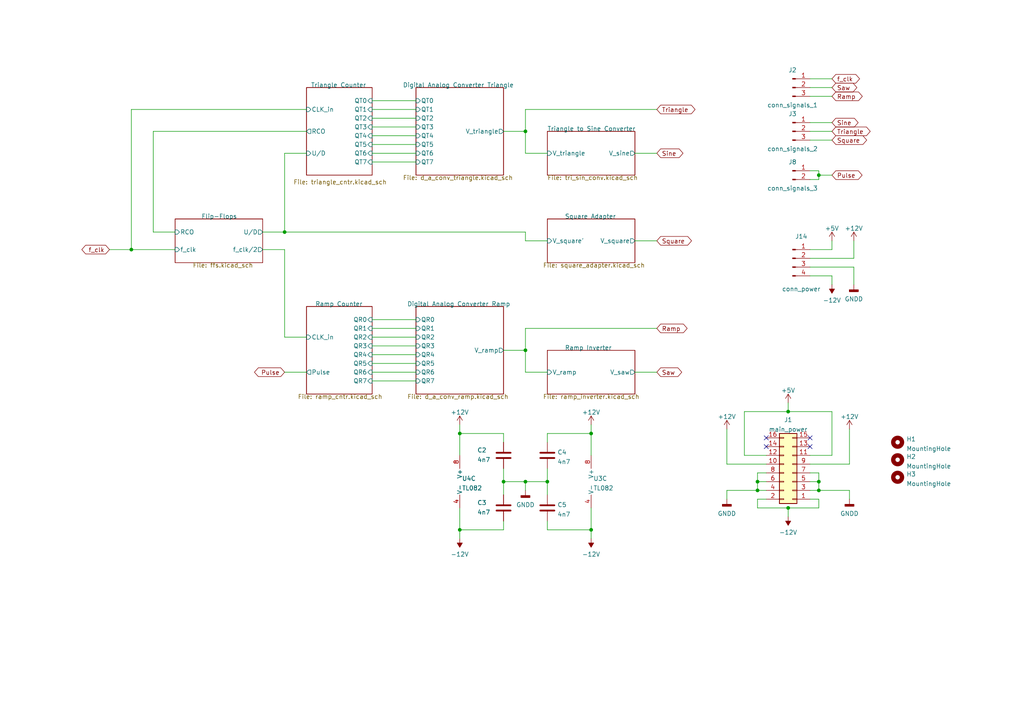
<source format=kicad_sch>
(kicad_sch (version 20211123) (generator eeschema)
  (paper "A4")
  (title_block (title "FGVCO - Core 2") (date "2022-05-31") (rev "0") (company "Gottardo Filippo"))
  (lib_symbols
    (symbol "Amplifier_Operational:TL082" (pin_names (offset 0.127))
      (property "Reference" "U" (at 0 5.08 0))
      (property "Value" "TL082" (at 0 -5.08 0))
      (symbol "TL082_1_1"
        (polyline (pts (xy -5.08 5.08) (xy 5.08 0) (xy -5.08 -5.08) (xy -5.08 5.08)) (stroke (width 0.254)) (fill (type background)))
        (pin output line (at 7.62 0 180) (length 2.54) (name "~") (number "1"))
        (pin input line (at -7.62 -2.54 0) (length 2.54) (name "-") (number "2"))
        (pin input line (at -7.62 2.54 0) (length 2.54) (name "+") (number "3"))
      )
      (symbol "TL082_2_1"
        (polyline (pts (xy -5.08 5.08) (xy 5.08 0) (xy -5.08 -5.08) (xy -5.08 5.08)) (stroke (width 0.254)) (fill (type background)))
        (pin input line (at -7.62 2.54 0) (length 2.54) (name "+") (number "5"))
        (pin input line (at -7.62 -2.54 0) (length 2.54) (name "-") (number "6"))
        (pin output line (at 7.62 0 180) (length 2.54) (name "~") (number "7"))
      )
      (symbol "TL082_3_1"
        (pin power_in line (at -2.54 -7.62 90) (length 3.81) (name "V-") (number "4"))
        (pin power_in line (at -2.54 7.62 270) (length 3.81) (name "V+") (number "8"))
      )
    )
    (symbol "Connector:Conn_01x02_Male" (pin_names (offset 1.016) hide)
      (property "Reference" "J" (at 0 2.54 0))
      (property "Value" "Conn_01x02_Male" (at 0 -5.08 0))
      (symbol "Conn_01x02_Male_1_1"
        (polyline (pts (xy 1.27 -2.54) (xy 0.8636 -2.54)) (stroke (width 0.1524)))
        (polyline (pts (xy 1.27 0) (xy 0.8636 0)) (stroke (width 0.1524)))
        (rectangle (start 0.8636 -2.413) (end 0 -2.667) (stroke (width 0.1524)) (fill (type outline)))
        (rectangle (start 0.8636 0.127) (end 0 -0.127) (stroke (width 0.1524)) (fill (type outline)))
        (pin passive line (at 5.08 0 180) (length 3.81) (name "Pin_1") (number "1"))
        (pin passive line (at 5.08 -2.54 180) (length 3.81) (name "Pin_2") (number "2"))
      )
    )
    (symbol "Connector:Conn_01x03_Male" (pin_names (offset 1.016) hide)
      (property "Reference" "J" (at 0 5.08 0))
      (property "Value" "Conn_01x03_Male" (at 0 -5.08 0))
      (symbol "Conn_01x03_Male_1_1"
        (polyline (pts (xy 1.27 -2.54) (xy 0.8636 -2.54)) (stroke (width 0.1524)))
        (polyline (pts (xy 1.27 0) (xy 0.8636 0)) (stroke (width 0.1524)))
        (polyline (pts (xy 1.27 2.54) (xy 0.8636 2.54)) (stroke (width 0.1524)))
        (rectangle (start 0.8636 -2.413) (end 0 -2.667) (stroke (width 0.1524)) (fill (type outline)))
        (rectangle (start 0.8636 0.127) (end 0 -0.127) (stroke (width 0.1524)) (fill (type outline)))
        (rectangle (start 0.8636 2.667) (end 0 2.413) (stroke (width 0.1524)) (fill (type outline)))
        (pin passive line (at 5.08 2.54 180) (length 3.81) (name "Pin_1") (number "1"))
        (pin passive line (at 5.08 0 180) (length 3.81) (name "Pin_2") (number "2"))
        (pin passive line (at 5.08 -2.54 180) (length 3.81) (name "Pin_3") (number "3"))
      )
    )
    (symbol "Connector:Conn_01x04_Male" (pin_names (offset 1.016) hide)
      (property "Reference" "J" (at 0 5.08 0))
      (property "Value" "Conn_01x04_Male" (at 0 -7.62 0))
      (symbol "Conn_01x04_Male_1_1"
        (polyline (pts (xy 1.27 -5.08) (xy 0.8636 -5.08)) (stroke (width 0.1524)))
        (polyline (pts (xy 1.27 -2.54) (xy 0.8636 -2.54)) (stroke (width 0.1524)))
        (polyline (pts (xy 1.27 0) (xy 0.8636 0)) (stroke (width 0.1524)))
        (polyline (pts (xy 1.27 2.54) (xy 0.8636 2.54)) (stroke (width 0.1524)))
        (rectangle (start 0.8636 -4.953) (end 0 -5.207) (stroke (width 0.1524)) (fill (type outline)))
        (rectangle (start 0.8636 -2.413) (end 0 -2.667) (stroke (width 0.1524)) (fill (type outline)))
        (rectangle (start 0.8636 0.127) (end 0 -0.127) (stroke (width 0.1524)) (fill (type outline)))
        (rectangle (start 0.8636 2.667) (end 0 2.413) (stroke (width 0.1524)) (fill (type outline)))
        (pin passive line (at 5.08 2.54 180) (length 3.81) (name "Pin_1") (number "1"))
        (pin passive line (at 5.08 0 180) (length 3.81) (name "Pin_2") (number "2"))
        (pin passive line (at 5.08 -2.54 180) (length 3.81) (name "Pin_3") (number "3"))
        (pin passive line (at 5.08 -5.08 180) (length 3.81) (name "Pin_4") (number "4"))
      )
    )
    (symbol "Connector_Generic:Conn_02x08_Odd_Even" (pin_names (offset 1.016) hide)
      (property "Reference" "J" (at 1.27 10.16 0))
      (property "Value" "Conn_02x08_Odd_Even" (at 1.27 -12.7 0))
      (symbol "Conn_02x08_Odd_Even_1_1"
        (rectangle (start -1.27 -10.033) (end 0 -10.287) (stroke (width 0.1524)))
        (rectangle (start -1.27 -7.493) (end 0 -7.747) (stroke (width 0.1524)))
        (rectangle (start -1.27 -4.953) (end 0 -5.207) (stroke (width 0.1524)))
        (rectangle (start -1.27 -2.413) (end 0 -2.667) (stroke (width 0.1524)))
        (rectangle (start -1.27 0.127) (end 0 -0.127) (stroke (width 0.1524)))
        (rectangle (start -1.27 2.667) (end 0 2.413) (stroke (width 0.1524)))
        (rectangle (start -1.27 5.207) (end 0 4.953) (stroke (width 0.1524)))
        (rectangle (start -1.27 7.747) (end 0 7.493) (stroke (width 0.1524)))
        (rectangle (start -1.27 8.89) (end 3.81 -11.43) (stroke (width 0.254)) (fill (type background)))
        (rectangle (start 3.81 -10.033) (end 2.54 -10.287) (stroke (width 0.1524)))
        (rectangle (start 3.81 -7.493) (end 2.54 -7.747) (stroke (width 0.1524)))
        (rectangle (start 3.81 -4.953) (end 2.54 -5.207) (stroke (width 0.1524)))
        (rectangle (start 3.81 -2.413) (end 2.54 -2.667) (stroke (width 0.1524)))
        (rectangle (start 3.81 0.127) (end 2.54 -0.127) (stroke (width 0.1524)))
        (rectangle (start 3.81 2.667) (end 2.54 2.413) (stroke (width 0.1524)))
        (rectangle (start 3.81 5.207) (end 2.54 4.953) (stroke (width 0.1524)))
        (rectangle (start 3.81 7.747) (end 2.54 7.493) (stroke (width 0.1524)))
        (pin passive line (at -5.08 7.62 0) (length 3.81) (name "Pin_1") (number "1"))
        (pin passive line (at 7.62 -2.54 180) (length 3.81) (name "Pin_10") (number "10"))
        (pin passive line (at -5.08 -5.08 0) (length 3.81) (name "Pin_11") (number "11"))
        (pin passive line (at 7.62 -5.08 180) (length 3.81) (name "Pin_12") (number "12"))
        (pin passive line (at -5.08 -7.62 0) (length 3.81) (name "Pin_13") (number "13"))
        (pin passive line (at 7.62 -7.62 180) (length 3.81) (name "Pin_14") (number "14"))
        (pin passive line (at -5.08 -10.16 0) (length 3.81) (name "Pin_15") (number "15"))
        (pin passive line (at 7.62 -10.16 180) (length 3.81) (name "Pin_16") (number "16"))
        (pin passive line (at 7.62 7.62 180) (length 3.81) (name "Pin_2") (number "2"))
        (pin passive line (at -5.08 5.08 0) (length 3.81) (name "Pin_3") (number "3"))
        (pin passive line (at 7.62 5.08 180) (length 3.81) (name "Pin_4") (number "4"))
        (pin passive line (at -5.08 2.54 0) (length 3.81) (name "Pin_5") (number "5"))
        (pin passive line (at 7.62 2.54 180) (length 3.81) (name "Pin_6") (number "6"))
        (pin passive line (at -5.08 0 0) (length 3.81) (name "Pin_7") (number "7"))
        (pin passive line (at 7.62 0 180) (length 3.81) (name "Pin_8") (number "8"))
        (pin passive line (at -5.08 -2.54 0) (length 3.81) (name "Pin_9") (number "9"))
      )
    )
    (symbol "Device:C" (pin_numbers hide) (pin_names (offset 0.254))
      (property "Reference" "C" (at 0.635 2.54 0))
      (property "Value" "C" (at 0.635 -2.54 0))
      (symbol "C_0_1"
        (polyline (pts (xy -2.032 -0.762) (xy 2.032 -0.762)) (stroke (width 0.508)))
        (polyline (pts (xy -2.032 0.762) (xy 2.032 0.762)) (stroke (width 0.508)))
      )
      (symbol "C_1_1"
        (pin passive line (at 0 3.81 270) (length 2.794) (name "~") (number "1"))
        (pin passive line (at 0 -3.81 90) (length 2.794) (name "~") (number "2"))
      )
    )
    (symbol "Mechanical:MountingHole" (pin_names (offset 1.016))
      (property "Reference" "H" (at 0 5.08 0))
      (property "Value" "MountingHole" (at 0 3.175 0))
      (symbol "MountingHole_0_1"
        (circle (center 0 0) (radius 1.27) (stroke (width 1.27)))
      )
    )
    (symbol "power:+12V" (power) (pin_names (offset 0))
      (property "Value" "+12V" (at 0 3.556 0))
      (symbol "+12V_0_1"
        (polyline (pts (xy -0.762 1.27) (xy 0 2.54)))
        (polyline (pts (xy 0 0) (xy 0 2.54)))
        (polyline (pts (xy 0 2.54) (xy 0.762 1.27)))
      )
      (symbol "+12V_1_1"
        (pin power_in line (at 0 0 90) (length 0) hide (name "+12V") (number "1"))
      )
    )
    (symbol "power:+5V" (power) (pin_names (offset 0))
      (property "Value" "+5V" (at 0 3.556 0))
      (symbol "+5V_0_1"
        (polyline (pts (xy -0.762 1.27) (xy 0 2.54)))
        (polyline (pts (xy 0 0) (xy 0 2.54)))
        (polyline (pts (xy 0 2.54) (xy 0.762 1.27)))
      )
      (symbol "+5V_1_1"
        (pin power_in line (at 0 0 90) (length 0) hide (name "+5V") (number "1"))
      )
    )
    (symbol "power:-12V" (power) (pin_names (offset 0))
      (property "Value" "-12V" (at 0 3.81 0))
      (symbol "-12V_0_0"
        (pin power_in line (at 0 0 90) (length 0) hide (name "-12V") (number "1"))
      )
      (symbol "-12V_0_1"
        (polyline (pts (xy 0 0) (xy 0 1.27) (xy 0.762 1.27) (xy 0 2.54) (xy -0.762 1.27) (xy 0 1.27)) (fill (type outline)))
      )
    )
    (symbol "power:GNDD" (power) (pin_names (offset 0))
      (property "Value" "GNDD" (at 0 -3.175 0))
      (symbol "GNDD_0_1"
        (rectangle (start -1.27 -1.524) (end 1.27 -2.032) (stroke (width 0.254)) (fill (type outline)))
        (polyline (pts (xy 0 0) (xy 0 -1.524)))
      )
      (symbol "GNDD_1_1"
        (pin power_in line (at 0 0 270) (length 0) hide (name "GNDD") (number "1"))
      )
    )
  )
  (junction (at 82.55 67.31))
  (junction (at 228.6 147.32))
  (junction (at 219.71 139.7))
  (junction (at 146.05 139.7))
  (junction (at 171.45 153.67))
  (junction (at 171.45 125.73))
  (junction (at 38.1 72.39))
  (junction (at 152.4 139.7))
  (junction (at 228.6 119.38))
  (junction (at 133.35 125.73))
  (junction (at 152.4 101.6))
  (junction (at 219.71 142.24))
  (junction (at 237.49 139.7))
  (junction (at 133.35 153.67))
  (junction (at 237.49 142.24))
  (junction (at 152.4 38.1))
  (junction (at 158.75 139.7))
  (junction (at 237.49 50.8))
  (no_connect (at 222.25 127))
  (no_connect (at 222.25 129.54))
  (no_connect (at 234.95 127))
  (no_connect (at 234.95 129.54))
  (wire (pts (xy 237.49 142.24) (xy 234.95 142.24)))
  (wire (pts (xy 133.35 153.67) (xy 133.35 156.21)))
  (wire (pts (xy 228.6 119.38) (xy 215.9 119.38)))
  (wire (pts (xy 234.95 72.39) (xy 241.3 72.39)))
  (wire (pts (xy 146.05 101.6) (xy 152.4 101.6)))
  (wire (pts (xy 171.45 123.19) (xy 171.45 125.73)))
  (wire (pts (xy 107.95 97.79) (xy 120.65 97.79)))
  (wire (pts (xy 152.4 139.7) (xy 158.75 139.7)))
  (wire (pts (xy 219.71 139.7) (xy 222.25 139.7)))
  (wire (pts (xy 215.9 132.08) (xy 222.25 132.08)))
  (wire (pts (xy 158.75 135.89) (xy 158.75 139.7)))
  (wire (pts (xy 237.49 137.16) (xy 237.49 139.7)))
  (wire (pts (xy 107.95 100.33) (xy 120.65 100.33)))
  (wire (pts (xy 171.45 153.67) (xy 158.75 153.67)))
  (wire (pts (xy 234.95 35.56) (xy 241.3 35.56)))
  (wire (pts (xy 234.95 52.07) (xy 237.49 52.07)))
  (wire (pts (xy 219.71 142.24) (xy 222.25 142.24)))
  (wire (pts (xy 246.38 142.24) (xy 246.38 144.78)))
  (wire (pts (xy 152.4 95.25) (xy 190.5 95.25)))
  (wire (pts (xy 152.4 101.6) (xy 152.4 95.25)))
  (wire (pts (xy 31.75 72.39) (xy 38.1 72.39)))
  (wire (pts (xy 76.2 72.39) (xy 82.55 72.39)))
  (wire (pts (xy 152.4 44.45) (xy 158.75 44.45)))
  (wire (pts (xy 222.25 134.62) (xy 210.82 134.62)))
  (wire (pts (xy 152.4 139.7) (xy 146.05 139.7)))
  (wire (pts (xy 133.35 153.67) (xy 146.05 153.67)))
  (wire (pts (xy 146.05 38.1) (xy 152.4 38.1)))
  (wire (pts (xy 152.4 67.31) (xy 152.4 69.85)))
  (wire (pts (xy 219.71 142.24) (xy 210.82 142.24)))
  (wire (pts (xy 146.05 153.67) (xy 146.05 151.13)))
  (wire (pts (xy 107.95 92.71) (xy 120.65 92.71)))
  (wire (pts (xy 107.95 29.21) (xy 120.65 29.21)))
  (wire (pts (xy 219.71 147.32) (xy 228.6 147.32)))
  (wire (pts (xy 184.15 107.95) (xy 190.5 107.95)))
  (wire (pts (xy 133.35 147.32) (xy 133.35 153.67)))
  (wire (pts (xy 234.95 27.94) (xy 241.3 27.94)))
  (wire (pts (xy 210.82 124.46) (xy 210.82 134.62)))
  (wire (pts (xy 234.95 137.16) (xy 237.49 137.16)))
  (wire (pts (xy 234.95 80.01) (xy 241.3 80.01)))
  (wire (pts (xy 152.4 142.24) (xy 152.4 139.7)))
  (wire (pts (xy 246.38 124.46) (xy 246.38 134.62)))
  (wire (pts (xy 241.3 80.01) (xy 241.3 82.55)))
  (wire (pts (xy 107.95 46.99) (xy 120.65 46.99)))
  (wire (pts (xy 237.49 144.78) (xy 234.95 144.78)))
  (wire (pts (xy 50.8 67.31) (xy 44.45 67.31)))
  (wire (pts (xy 234.95 25.4) (xy 241.3 25.4)))
  (wire (pts (xy 237.49 142.24) (xy 246.38 142.24)))
  (wire (pts (xy 234.95 134.62) (xy 246.38 134.62)))
  (wire (pts (xy 152.4 31.75) (xy 152.4 38.1)))
  (wire (pts (xy 237.49 147.32) (xy 237.49 144.78)))
  (wire (pts (xy 107.95 31.75) (xy 120.65 31.75)))
  (wire (pts (xy 215.9 119.38) (xy 215.9 132.08)))
  (wire (pts (xy 146.05 135.89) (xy 146.05 139.7)))
  (wire (pts (xy 82.55 44.45) (xy 88.9 44.45)))
  (wire (pts (xy 237.49 52.07) (xy 237.49 50.8)))
  (wire (pts (xy 219.71 144.78) (xy 219.71 147.32)))
  (wire (pts (xy 82.55 97.79) (xy 88.9 97.79)))
  (wire (pts (xy 241.3 119.38) (xy 228.6 119.38)))
  (wire (pts (xy 107.95 39.37) (xy 120.65 39.37)))
  (wire (pts (xy 171.45 125.73) (xy 158.75 125.73)))
  (wire (pts (xy 184.15 69.85) (xy 190.5 69.85)))
  (wire (pts (xy 152.4 38.1) (xy 152.4 44.45)))
  (wire (pts (xy 38.1 31.75) (xy 38.1 72.39)))
  (wire (pts (xy 152.4 101.6) (xy 152.4 107.95)))
  (wire (pts (xy 241.3 72.39) (xy 241.3 69.85)))
  (wire (pts (xy 133.35 125.73) (xy 146.05 125.73)))
  (wire (pts (xy 228.6 147.32) (xy 228.6 149.86)))
  (wire (pts (xy 107.95 44.45) (xy 120.65 44.45)))
  (wire (pts (xy 107.95 102.87) (xy 120.65 102.87)))
  (wire (pts (xy 184.15 44.45) (xy 190.5 44.45)))
  (wire (pts (xy 241.3 132.08) (xy 241.3 119.38)))
  (wire (pts (xy 107.95 34.29) (xy 120.65 34.29)))
  (wire (pts (xy 234.95 22.86) (xy 241.3 22.86)))
  (wire (pts (xy 107.95 95.25) (xy 120.65 95.25)))
  (wire (pts (xy 82.55 107.95) (xy 88.9 107.95)))
  (wire (pts (xy 219.71 139.7) (xy 219.71 142.24)))
  (wire (pts (xy 152.4 31.75) (xy 190.5 31.75)))
  (wire (pts (xy 171.45 153.67) (xy 171.45 156.21)))
  (wire (pts (xy 44.45 67.31) (xy 44.45 38.1)))
  (wire (pts (xy 82.55 67.31) (xy 152.4 67.31)))
  (wire (pts (xy 146.05 139.7) (xy 146.05 143.51)))
  (wire (pts (xy 82.55 67.31) (xy 82.55 44.45)))
  (wire (pts (xy 228.6 116.84) (xy 228.6 119.38)))
  (wire (pts (xy 158.75 125.73) (xy 158.75 128.27)))
  (wire (pts (xy 247.65 74.93) (xy 247.65 69.85)))
  (wire (pts (xy 152.4 69.85) (xy 158.75 69.85)))
  (wire (pts (xy 158.75 139.7) (xy 158.75 143.51)))
  (wire (pts (xy 133.35 123.19) (xy 133.35 125.73)))
  (wire (pts (xy 146.05 125.73) (xy 146.05 128.27)))
  (wire (pts (xy 210.82 142.24) (xy 210.82 144.78)))
  (wire (pts (xy 234.95 40.64) (xy 241.3 40.64)))
  (wire (pts (xy 133.35 125.73) (xy 133.35 132.08)))
  (wire (pts (xy 237.49 50.8) (xy 241.3 50.8)))
  (wire (pts (xy 234.95 132.08) (xy 241.3 132.08)))
  (wire (pts (xy 171.45 125.73) (xy 171.45 132.08)))
  (wire (pts (xy 82.55 72.39) (xy 82.55 97.79)))
  (wire (pts (xy 44.45 38.1) (xy 88.9 38.1)))
  (wire (pts (xy 38.1 72.39) (xy 50.8 72.39)))
  (wire (pts (xy 234.95 49.53) (xy 237.49 49.53)))
  (wire (pts (xy 247.65 77.47) (xy 247.65 82.55)))
  (wire (pts (xy 219.71 144.78) (xy 222.25 144.78)))
  (wire (pts (xy 234.95 38.1) (xy 241.3 38.1)))
  (wire (pts (xy 107.95 107.95) (xy 120.65 107.95)))
  (wire (pts (xy 234.95 74.93) (xy 247.65 74.93)))
  (wire (pts (xy 234.95 139.7) (xy 237.49 139.7)))
  (wire (pts (xy 237.49 49.53) (xy 237.49 50.8)))
  (wire (pts (xy 107.95 36.83) (xy 120.65 36.83)))
  (wire (pts (xy 219.71 137.16) (xy 219.71 139.7)))
  (wire (pts (xy 237.49 139.7) (xy 237.49 142.24)))
  (wire (pts (xy 228.6 147.32) (xy 237.49 147.32)))
  (wire (pts (xy 88.9 31.75) (xy 38.1 31.75)))
  (wire (pts (xy 171.45 147.32) (xy 171.45 153.67)))
  (wire (pts (xy 107.95 105.41) (xy 120.65 105.41)))
  (wire (pts (xy 107.95 110.49) (xy 120.65 110.49)))
  (wire (pts (xy 222.25 137.16) (xy 219.71 137.16)))
  (wire (pts (xy 234.95 77.47) (xy 247.65 77.47)))
  (wire (pts (xy 76.2 67.31) (xy 82.55 67.31)))
  (wire (pts (xy 107.95 41.91) (xy 120.65 41.91)))
  (wire (pts (xy 152.4 107.95) (xy 158.75 107.95)))
  (wire (pts (xy 158.75 153.67) (xy 158.75 151.13)))
  (global_label "Ramp" (shape bidirectional) (at 190.5 95.25 0) (property "Intersheet References" "${INTERSHEET_REFS}" (effects hide)))
  (global_label "Square" (shape bidirectional) (at 241.3 40.64 0) (property "Intersheet References" "${INTERSHEET_REFS}" (effects hide)))
  (global_label "Saw" (shape bidirectional) (at 190.5 107.95 0) (property "Intersheet References" "${INTERSHEET_REFS}" (effects hide)))
  (global_label "Saw" (shape bidirectional) (at 241.3 25.4 0) (property "Intersheet References" "${INTERSHEET_REFS}" (effects hide)))
  (global_label "f_clk" (shape bidirectional) (at 31.75 72.39 180) (property "Intersheet References" "${INTERSHEET_REFS}" (effects hide)))
  (global_label "Square" (shape bidirectional) (at 190.5 69.85 0) (property "Intersheet References" "${INTERSHEET_REFS}" (effects hide)))
  (global_label "Pulse" (shape bidirectional) (at 241.3 50.8 0) (property "Intersheet References" "${INTERSHEET_REFS}" (effects hide)))
  (global_label "f_clk" (shape bidirectional) (at 241.3 22.86 0) (property "Intersheet References" "${INTERSHEET_REFS}" (effects hide)))
  (global_label "Ramp" (shape bidirectional) (at 241.3 27.94 0) (property "Intersheet References" "${INTERSHEET_REFS}" (effects hide)))
  (global_label "Triangle" (shape bidirectional) (at 241.3 38.1 0) (property "Intersheet References" "${INTERSHEET_REFS}" (effects hide)))
  (global_label "Triangle" (shape bidirectional) (at 190.5 31.75 0) (property "Intersheet References" "${INTERSHEET_REFS}" (effects hide)))
  (global_label "Sine" (shape bidirectional) (at 241.3 35.56 0) (property "Intersheet References" "${INTERSHEET_REFS}" (effects hide)))
  (global_label "Pulse" (shape bidirectional) (at 82.55 107.95 180) (property "Intersheet References" "${INTERSHEET_REFS}" (effects hide)))
  (global_label "Sine" (shape bidirectional) (at 190.5 44.45 0) (property "Intersheet References" "${INTERSHEET_REFS}" (effects hide)))
  (symbol (lib_id "Device:C") (at 146.05 147.32 0) (unit 1)
    (property "Reference" "C3" (at 138.43 145.8149 0) (effects (justify left)))
    (property "Value" "4n7" (at 138.43 148.59 0) (effects (justify left)))
    (property "Footprint" "Custom Footprints:C_Disc_P2.54mm" (effects hide))
  )
  (symbol (lib_id "power:+12V") (at 247.65 69.85 0) (unit 1)
    (property "Reference" "#PWR08" (effects hide))
    (property "Value" "+12V" (at 247.65 66.2455 0))
  )
  (symbol (lib_id "power:-12V") (at 228.6 149.86 180) (unit 1)
    (property "Reference" "#PWR015" (effects hide))
    (property "Value" "-12V" (at 228.6 154.4225 0))
  )
  (symbol (lib_id "Mechanical:MountingHole") (at 260.35 138.43 0) (unit 1)
    (property "Reference" "H3" (at 262.89 137.5215 0) (effects (justify left)))
    (property "Value" "MountingHole" (at 262.89 140.2966 0) (effects (justify left)))
    (property "Footprint" "MountingHole:MountingHole_3.2mm_M3" (effects hide))
  )
  (symbol (lib_id "power:GNDD") (at 246.38 144.78 0) (unit 1)
    (property "Reference" "#PWR017" (effects hide))
    (property "Value" "GNDD" (at 246.38 148.9615 0))
  )
  (symbol (lib_id "Connector:Conn_01x03_Male") (at 229.87 38.1 0) (unit 1)
    (property "Reference" "J3" (at 229.87 33.02 0))
    (property "Value" "conn_signals_2" (at 229.87 43.18 0))
    (property "Footprint" "Connector_PinHeader_2.54mm:PinHeader_1x03_P2.54mm_Vertical" (effects hide))
  )
  (symbol (lib_id "Connector:Conn_01x02_Male") (at 229.87 49.53 0) (unit 1)
    (property "Reference" "J8" (at 229.87 46.99 0))
    (property "Value" "conn_signals_3" (at 229.87 54.61 0))
    (property "Footprint" "Connector_PinHeader_2.54mm:PinHeader_1x02_P2.54mm_Vertical" (effects hide))
  )
  (symbol (lib_id "power:-12V") (at 241.3 82.55 180) (unit 1)
    (property "Reference" "#PWR099" (effects hide))
    (property "Value" "-12V" (at 241.3 87.1125 0))
  )
  (symbol (lib_id "power:GNDD") (at 210.82 144.78 0) (unit 1)
    (property "Reference" "#PWR010" (effects hide))
    (property "Value" "GNDD" (at 210.82 148.9615 0))
  )
  (symbol (lib_id "Connector_Generic:Conn_02x08_Odd_Even") (at 229.87 137.16 180) (unit 1)
    (property "Reference" "J1" (at 228.6 121.7635 0))
    (property "Value" "main_power" (at 228.6 124.5386 0))
    (property "Footprint" "Custom Footprints:Eurorack custom eFuse board 2x08_P2.54mm" (effects hide))
  )
  (symbol (lib_id "power:+12V") (at 133.35 123.19 0) (unit 1)
    (property "Reference" "#PWR03" (effects hide))
    (property "Value" "+12V" (at 133.35 119.5855 0))
  )
  (symbol (lib_id "power:+12V") (at 210.82 124.46 0) (unit 1)
    (property "Reference" "#PWR09" (effects hide))
    (property "Value" "+12V" (at 210.82 120.8555 0))
  )
  (symbol (lib_id "Amplifier_Operational:TL082") (at 135.89 139.7 0) (unit 3)
    (property "Reference" "U4" (at 133.985 138.7915 0) (effects (justify left)))
    (property "Value" "TL082" (at 133.985 141.5666 0) (effects (justify left)))
    (property "Footprint" "Custom Footprints:DIP-8_central_caps" (effects hide))
    (property "Datasheet" "http://www.ti.com/lit/ds/symlink/tl081.pdf" (effects hide))
  )
  (symbol (lib_id "power:+12V") (at 171.45 123.19 0) (unit 1)
    (property "Reference" "#PWR06" (effects hide))
    (property "Value" "+12V" (at 171.45 119.5855 0))
  )
  (symbol (lib_id "power:-12V") (at 133.35 156.21 180) (unit 1)
    (property "Reference" "#PWR04" (effects hide))
    (property "Value" "-12V" (at 133.35 160.7725 0))
  )
  (symbol (lib_id "Connector:Conn_01x03_Male") (at 229.87 25.4 0) (unit 1)
    (property "Reference" "J2" (at 229.87 20.32 0))
    (property "Value" "conn_signals_1" (at 229.87 30.48 0))
    (property "Footprint" "Connector_PinHeader_2.54mm:PinHeader_1x03_P2.54mm_Vertical" (effects hide))
  )
  (symbol (lib_id "power:+5V") (at 241.3 69.85 0) (unit 1)
    (property "Reference" "#PWR0100" (effects hide))
    (property "Value" "+5V" (at 241.3 66.2455 0))
  )
  (symbol (lib_id "power:-12V") (at 171.45 156.21 180) (unit 1)
    (property "Reference" "#PWR07" (effects hide))
    (property "Value" "-12V" (at 171.45 160.7725 0))
  )
  (symbol (lib_id "Device:C") (at 146.05 132.08 0) (unit 1)
    (property "Reference" "C2" (at 138.43 130.5749 0) (effects (justify left)))
    (property "Value" "4n7" (at 138.43 133.35 0) (effects (justify left)))
    (property "Footprint" "Custom Footprints:C_Disc_P2.54mm" (effects hide))
  )
  (symbol (lib_id "Device:C") (at 158.75 132.08 0) (unit 1)
    (property "Reference" "C4" (at 161.671 131.1715 0) (effects (justify left)))
    (property "Value" "4n7" (at 161.671 133.9466 0) (effects (justify left)))
    (property "Footprint" "Custom Footprints:C_Disc_P2.54mm" (effects hide))
  )
  (symbol (lib_id "power:GNDD") (at 247.65 82.55 0) (unit 1)
    (property "Reference" "#PWR0101" (effects hide))
    (property "Value" "GNDD" (at 247.65 86.7315 0))
  )
  (symbol (lib_id "Connector:Conn_01x04_Male") (at 229.87 74.93 0) (unit 1)
    (property "Reference" "J14" (at 232.41 68.58 0))
    (property "Value" "conn_power" (at 232.41 83.82 0))
    (property "Footprint" "Connector_PinHeader_2.54mm:PinHeader_1x04_P2.54mm_Vertical" (effects hide))
  )
  (symbol (lib_id "power:+5V") (at 228.6 116.84 0) (unit 1)
    (property "Reference" "#PWR014" (effects hide))
    (property "Value" "+5V" (at 228.6 113.2355 0))
  )
  (symbol (lib_id "Device:C") (at 158.75 147.32 0) (unit 1)
    (property "Reference" "C5" (at 161.671 146.4115 0) (effects (justify left)))
    (property "Value" "4n7" (at 161.671 149.1866 0) (effects (justify left)))
    (property "Footprint" "Custom Footprints:C_Disc_P2.54mm" (effects hide))
  )
  (symbol (lib_id "Mechanical:MountingHole") (at 260.35 133.35 0) (unit 1)
    (property "Reference" "H2" (at 262.89 132.4415 0) (effects (justify left)))
    (property "Value" "MountingHole" (at 262.89 135.2166 0) (effects (justify left)))
    (property "Footprint" "MountingHole:MountingHole_3.2mm_M3" (effects hide))
  )
  (symbol (lib_id "power:+12V") (at 246.38 124.46 0) (unit 1)
    (property "Reference" "#PWR016" (effects hide))
    (property "Value" "+12V" (at 246.38 120.8555 0))
  )
  (symbol (lib_id "Mechanical:MountingHole") (at 260.35 128.27 0) (unit 1)
    (property "Reference" "H1" (at 262.89 127.3615 0) (effects (justify left)))
    (property "Value" "MountingHole" (at 262.89 130.1366 0) (effects (justify left)))
    (property "Footprint" "MountingHole:MountingHole_3.2mm_M3" (effects hide))
  )
  (symbol (lib_id "Amplifier_Operational:TL082") (at 173.99 139.7 0) (unit 3)
    (property "Reference" "U3" (at 172.085 138.7915 0) (effects (justify left)))
    (property "Value" "TL082" (at 172.085 141.5666 0) (effects (justify left)))
    (property "Footprint" "Custom Footprints:DIP-8_central_caps" (effects hide))
    (property "Datasheet" "http://www.ti.com/lit/ds/symlink/tl081.pdf" (effects hide))
  )
  (symbol (lib_id "power:GNDD") (at 152.4 142.24 0) (unit 1)
    (property "Reference" "#PWR05" (effects hide))
    (property "Value" "GNDD" (at 152.4 146.4215 0))
  )
  (sheet (at 158.75 101.6) (size 25.4 12.7) (stroke (width 0.1524))
    (property "Sheet name" "Ramp Inverter" (at 163.83 101.6 0) (effects (justify left bottom)))
    (property "Sheet file" "ramp_inverter.kicad_sch" (at 157.48 114.3 0) (effects (justify left top)))
    (pin "V_ramp" input (at 158.75 107.95 180))
    (pin "V_saw" output (at 184.15 107.95 0))
  )
  (sheet (at 88.9 88.9) (size 19.05 25.4) (stroke (width 0.1524))
    (property "Sheet name" "Ramp Counter" (at 91.44 88.9 0) (effects (justify left bottom)))
    (property "Sheet file" "ramp_cntr.kicad_sch" (at 86.36 114.3 0) (effects (justify left top)))
    (pin "CLK_in" input (at 88.9 97.79 180))
    (pin "QR2" input (at 107.95 97.79 0))
    (pin "QR3" input (at 107.95 100.33 0))
    (pin "QR0" input (at 107.95 92.71 0))
    (pin "QR1" input (at 107.95 95.25 0))
    (pin "QR6" input (at 107.95 107.95 0))
    (pin "QR4" input (at 107.95 102.87 0))
    (pin "QR5" input (at 107.95 105.41 0))
    (pin "QR7" input (at 107.95 110.49 0))
    (pin "Pulse" output (at 88.9 107.95 180))
  )
  (sheet (at 158.75 63.5) (size 25.4 12.7) (stroke (width 0.1524))
    (property "Sheet name" "Square Adapter" (at 163.83 63.5 0) (effects (justify left bottom)))
    (property "Sheet file" "square_adapter.kicad_sch" (at 157.48 76.2 0) (effects (justify left top)))
    (pin "V_square" output (at 184.15 69.85 0))
    (pin "V_square'" input (at 158.75 69.85 180))
  )
  (sheet (at 50.8 63.5) (size 25.4 12.7) (stroke (width 0.1524))
    (property "Sheet name" "Flip-Flops" (at 58.42 63.5 0) (effects (justify left bottom)))
    (property "Sheet file" "ffs.kicad_sch" (at 55.88 76.2 0) (effects (justify left top)))
    (pin "f_clk{slash}2" output (at 76.2 72.39 0))
    (pin "RCO" input (at 50.8 67.31 180))
    (pin "U{slash}D" output (at 76.2 67.31 0))
    (pin "f_clk" input (at 50.8 72.39 180))
  )
  (sheet (at 158.75 38.1) (size 25.4 12.7) (stroke (width 0.1524))
    (property "Sheet name" "Triangle to Sine Converter" (at 158.75 38.0738 0) (effects (justify left bottom)))
    (property "Sheet file" "tri_sin_conv.kicad_sch" (at 158.75 50.8 0) (effects (justify left top)))
    (pin "V_triangle" input (at 158.75 44.45 180))
    (pin "V_sine" output (at 184.15 44.45 0))
  )
  (sheet (at 120.65 88.9) (size 25.4 25.4) (stroke (width 0.1524))
    (property "Sheet name" "Digital Analog Converter Ramp" (at 118.11 88.9 0) (effects (justify left bottom)))
    (property "Sheet file" "d_a_conv_ramp.kicad_sch" (at 118.11 114.3 0) (effects (justify left top)))
    (pin "V_ramp" output (at 146.05 101.6 0))
    (pin "QR0" input (at 120.65 92.71 180))
    (pin "QR6" input (at 120.65 107.95 180))
    (pin "QR3" input (at 120.65 100.33 180))
    (pin "QR5" input (at 120.65 105.41 180))
    (pin "QR1" input (at 120.65 95.25 180))
    (pin "QR4" input (at 120.65 102.87 180))
    (pin "QR2" input (at 120.65 97.79 180))
    (pin "QR7" input (at 120.65 110.49 180))
  )
  (sheet (at 88.9 25.4) (size 19.05 25.4) (stroke (width 0.1524))
    (property "Sheet name" "Triangle Counter" (at 90.17 25.4 0) (effects (justify left bottom)))
    (property "Sheet file" "triangle_cntr.kicad_sch" (at 85.09 52.07 0) (effects (justify left top)))
    (pin "CLK_in" input (at 88.9 31.75 180))
    (pin "U{slash}D" input (at 88.9 44.45 180))
    (pin "RCO" output (at 88.9 38.1 180))
    (pin "QT1" input (at 107.95 31.75 0))
    (pin "QT2" input (at 107.95 34.29 0))
    (pin "QT3" input (at 107.95 36.83 0))
    (pin "QT0" input (at 107.95 29.21 0))
    (pin "QT6" input (at 107.95 44.45 0))
    (pin "QT4" input (at 107.95 39.37 0))
    (pin "QT5" input (at 107.95 41.91 0))
    (pin "QT7" input (at 107.95 46.99 0))
  )
  (sheet (at 120.65 25.4) (size 25.4 25.4) (stroke (width 0.1524))
    (property "Sheet name" "Digital Analog Converter Triangle" (at 116.84 25.4 0) (effects (justify left bottom)))
    (property "Sheet file" "d_a_conv_triangle.kicad_sch" (at 116.84 50.8 0) (effects (justify left top)))
    (pin "V_triangle" output (at 146.05 38.1 0))
    (pin "QT7" input (at 120.65 46.99 180))
    (pin "QT5" input (at 120.65 41.91 180))
    (pin "QT4" input (at 120.65 39.37 180))
    (pin "QT6" input (at 120.65 44.45 180))
    (pin "QT2" input (at 120.65 34.29 180))
    (pin "QT1" input (at 120.65 31.75 180))
    (pin "QT0" input (at 120.65 29.21 180))
    (pin "QT3" input (at 120.65 36.83 180))
  )
)
</source>
